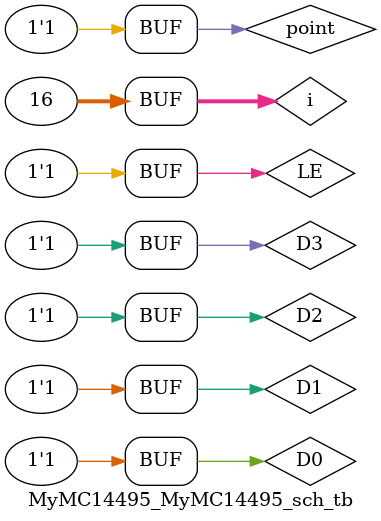
<source format=v>

`timescale 1ns / 1ps

module MyMC14495_MyMC14495_sch_tb();

// Inputs
   reg D3;
   reg D2;
   reg D1;
   reg D0;
   reg point;
   reg LE;

// Output
   wire p;
   wire g;
   wire f;
   wire e;
   wire d;
   wire c;
   wire b;
   wire a;

// Bidirs

// Instantiate the UUT
   MyMC14495 UUT (
		.D3(D3), 
		.D2(D2), 
		.D1(D1), 
		.D0(D0), 
		.point(point), 
		.LE(LE), 
		.p(p), 
		.g(g), 
		.f(f), 
		.e(e), 
		.d(d), 
		.c(c), 
		.b(b), 
		.a(a)
   );
// Initialize Inputs
   integer i;
initial begin
	D3 = 0;
	D2 = 0;
	D1 = 0;
	D0 = 0;
	LE = 0;
	point = 0;
for (i=0; i<=15;i=i+1) begin
		#50;
		{D3,D2,D1,D0}=i;
		point = i;
	end
		
	#50;
	LE = 1;
end
endmodule

</source>
